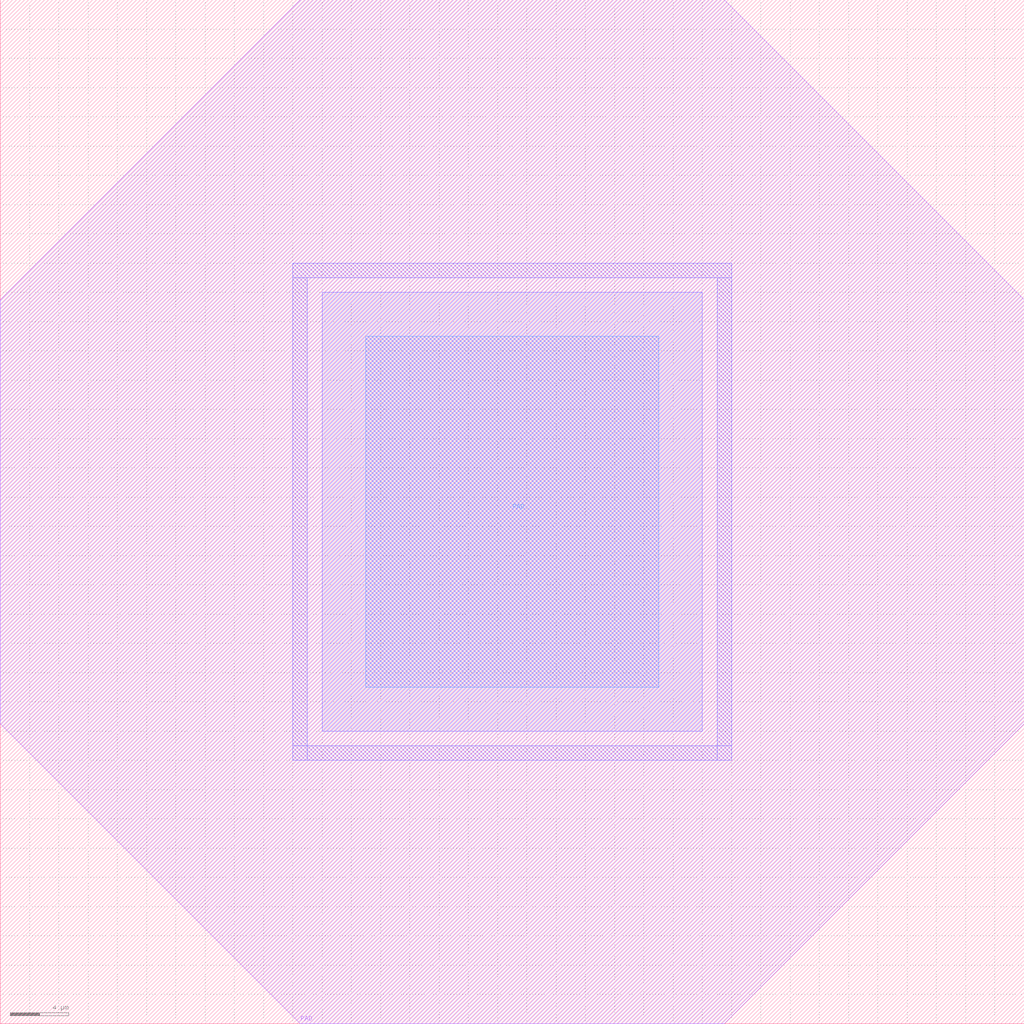
<source format=lef>
VERSION 5.8 ;
BUSBITCHARS "[]" ;
DIVIDERCHAR "/" ;

MACRO UBUMP
	CLASS COVER BUMP ;
	ORIGIN 0 0 ;
	SIZE 22.5 BY 22.5 ;
	SYMMETRY X Y ;
	PIN PAD
		DIRECTION INOUT ;
		USE SIGNAL ;
		PORT
			LAYER RDL ;
				POLYGON 6.59 0 15.91 0 22.5 6.59 22.5 15.91 15.91 22.5 6.59 22.5 0 15.91 0 6.59 ; 
		END
	END PAD
	OBS
		LAYER VIA45 SPACING 0.000 ;
			POLYGON 6.59 2 15.91 2 20.5 6.59 20.5 15.91 15.91 20.5 6.59 20.5 2 15.91 2 6.59 ; 
	END
END UBUMP

MACRO C4BUMP
	CLASS COVER BUMP ;
	ORIGIN 0 0 ;
	SIZE 70 BY 70 ;
	SYMMETRY X Y ;
	PIN PAD
		DIRECTION INOUT ;
		USE SIGNAL ;
		PORT
			LAYER MB ;
		    		POLYGON 20.5025 0 49.4975 0 70 20.5025 70 49.4975 49.4975 70 20.5025 70 0 49.4975 0 20.5025 ;
		  	LAYER TSV1 ;
		    		RECT 25 23 45 47 ;
		  	LAYER METAL1 ;
		    		RECT 22 20 48 50 ;
		END
	END PAD
	OBS
	  	LAYER METAL1 SPACING 0.000 ;
	    		RECT 20 18 50 19 ;
	    		RECT 20 51 50 52 ;
	    		RECT 20 18 21 51 ;
	    		RECT 49 18 50 51 ;
	END
END C4BUMP

END LIBRARY


</source>
